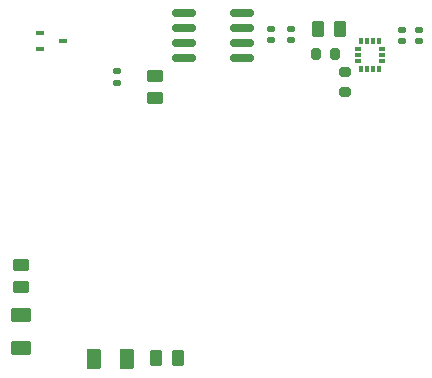
<source format=gbr>
%TF.GenerationSoftware,KiCad,Pcbnew,7.0.7*%
%TF.CreationDate,2023-11-26T17:57:00-07:00*%
%TF.ProjectId,IMUBox,494d5542-6f78-42e6-9b69-6361645f7063,v2*%
%TF.SameCoordinates,Original*%
%TF.FileFunction,Paste,Top*%
%TF.FilePolarity,Positive*%
%FSLAX46Y46*%
G04 Gerber Fmt 4.6, Leading zero omitted, Abs format (unit mm)*
G04 Created by KiCad (PCBNEW 7.0.7) date 2023-11-26 17:57:00*
%MOMM*%
%LPD*%
G01*
G04 APERTURE LIST*
G04 Aperture macros list*
%AMRoundRect*
0 Rectangle with rounded corners*
0 $1 Rounding radius*
0 $2 $3 $4 $5 $6 $7 $8 $9 X,Y pos of 4 corners*
0 Add a 4 corners polygon primitive as box body*
4,1,4,$2,$3,$4,$5,$6,$7,$8,$9,$2,$3,0*
0 Add four circle primitives for the rounded corners*
1,1,$1+$1,$2,$3*
1,1,$1+$1,$4,$5*
1,1,$1+$1,$6,$7*
1,1,$1+$1,$8,$9*
0 Add four rect primitives between the rounded corners*
20,1,$1+$1,$2,$3,$4,$5,0*
20,1,$1+$1,$4,$5,$6,$7,0*
20,1,$1+$1,$6,$7,$8,$9,0*
20,1,$1+$1,$8,$9,$2,$3,0*%
G04 Aperture macros list end*
%ADD10RoundRect,0.150000X0.825000X0.150000X-0.825000X0.150000X-0.825000X-0.150000X0.825000X-0.150000X0*%
%ADD11RoundRect,0.140000X-0.170000X0.140000X-0.170000X-0.140000X0.170000X-0.140000X0.170000X0.140000X0*%
%ADD12RoundRect,0.200000X0.200000X0.275000X-0.200000X0.275000X-0.200000X-0.275000X0.200000X-0.275000X0*%
%ADD13RoundRect,0.250000X-0.450000X0.262500X-0.450000X-0.262500X0.450000X-0.262500X0.450000X0.262500X0*%
%ADD14RoundRect,0.200000X-0.275000X0.200000X-0.275000X-0.200000X0.275000X-0.200000X0.275000X0.200000X0*%
%ADD15RoundRect,0.140000X0.170000X-0.140000X0.170000X0.140000X-0.170000X0.140000X-0.170000X-0.140000X0*%
%ADD16RoundRect,0.250000X0.450000X-0.262500X0.450000X0.262500X-0.450000X0.262500X-0.450000X-0.262500X0*%
%ADD17RoundRect,0.250000X-0.375000X-0.625000X0.375000X-0.625000X0.375000X0.625000X-0.375000X0.625000X0*%
%ADD18R,0.300000X0.480000*%
%ADD19R,0.480000X0.300000*%
%ADD20RoundRect,0.250000X-0.262500X-0.450000X0.262500X-0.450000X0.262500X0.450000X-0.262500X0.450000X0*%
%ADD21R,0.700000X0.450000*%
%ADD22RoundRect,0.250000X0.625000X-0.375000X0.625000X0.375000X-0.625000X0.375000X-0.625000X-0.375000X0*%
%ADD23RoundRect,0.135000X0.185000X-0.135000X0.185000X0.135000X-0.185000X0.135000X-0.185000X-0.135000X0*%
G04 APERTURE END LIST*
D10*
%TO.C,U1*%
X140675000Y-47205000D03*
X140675000Y-45935000D03*
X140675000Y-44665000D03*
X140675000Y-43395000D03*
X135725000Y-43395000D03*
X135725000Y-44665000D03*
X135725000Y-45935000D03*
X135725000Y-47205000D03*
%TD*%
D11*
%TO.C,C1*%
X155593750Y-44833750D03*
X155593750Y-45793750D03*
%TD*%
D12*
%TO.C,R1*%
X148518750Y-46893750D03*
X146868750Y-46893750D03*
%TD*%
D13*
%TO.C,R5*%
X133300000Y-48800000D03*
X133300000Y-50625000D03*
%TD*%
D11*
%TO.C,C4*%
X143093750Y-44793750D03*
X143093750Y-45753750D03*
%TD*%
D14*
%TO.C,R2*%
X149393750Y-48468750D03*
X149393750Y-50118750D03*
%TD*%
D15*
%TO.C,C2*%
X154193750Y-45793750D03*
X154193750Y-44833750D03*
%TD*%
D16*
%TO.C,R6*%
X121900000Y-66612500D03*
X121900000Y-64787500D03*
%TD*%
D11*
%TO.C,C3*%
X144793750Y-44793750D03*
X144793750Y-45753750D03*
%TD*%
D17*
%TO.C,D4*%
X128100000Y-72700000D03*
X130900000Y-72700000D03*
%TD*%
D18*
%TO.C,U2*%
X150743750Y-48156250D03*
X151243750Y-48156250D03*
X151743750Y-48156250D03*
X152243750Y-48156250D03*
D19*
X152493750Y-47493750D03*
X152493750Y-46993750D03*
X152493750Y-46493750D03*
D18*
X152243750Y-45831250D03*
X151743750Y-45831250D03*
X151243750Y-45831250D03*
X150743750Y-45831250D03*
D19*
X150493750Y-46493750D03*
X150493750Y-46993750D03*
X150493750Y-47493750D03*
%TD*%
D20*
%TO.C,R3*%
X147081250Y-44793750D03*
X148906250Y-44793750D03*
%TD*%
%TO.C,R7*%
X133397500Y-72640000D03*
X135222500Y-72640000D03*
%TD*%
D21*
%TO.C,D1*%
X123500000Y-45150000D03*
X123500000Y-46450000D03*
X125500000Y-45800000D03*
%TD*%
D22*
%TO.C,D3*%
X121900000Y-71800000D03*
X121900000Y-69000000D03*
%TD*%
D23*
%TO.C,R4*%
X130100000Y-49345000D03*
X130100000Y-48325000D03*
%TD*%
M02*

</source>
